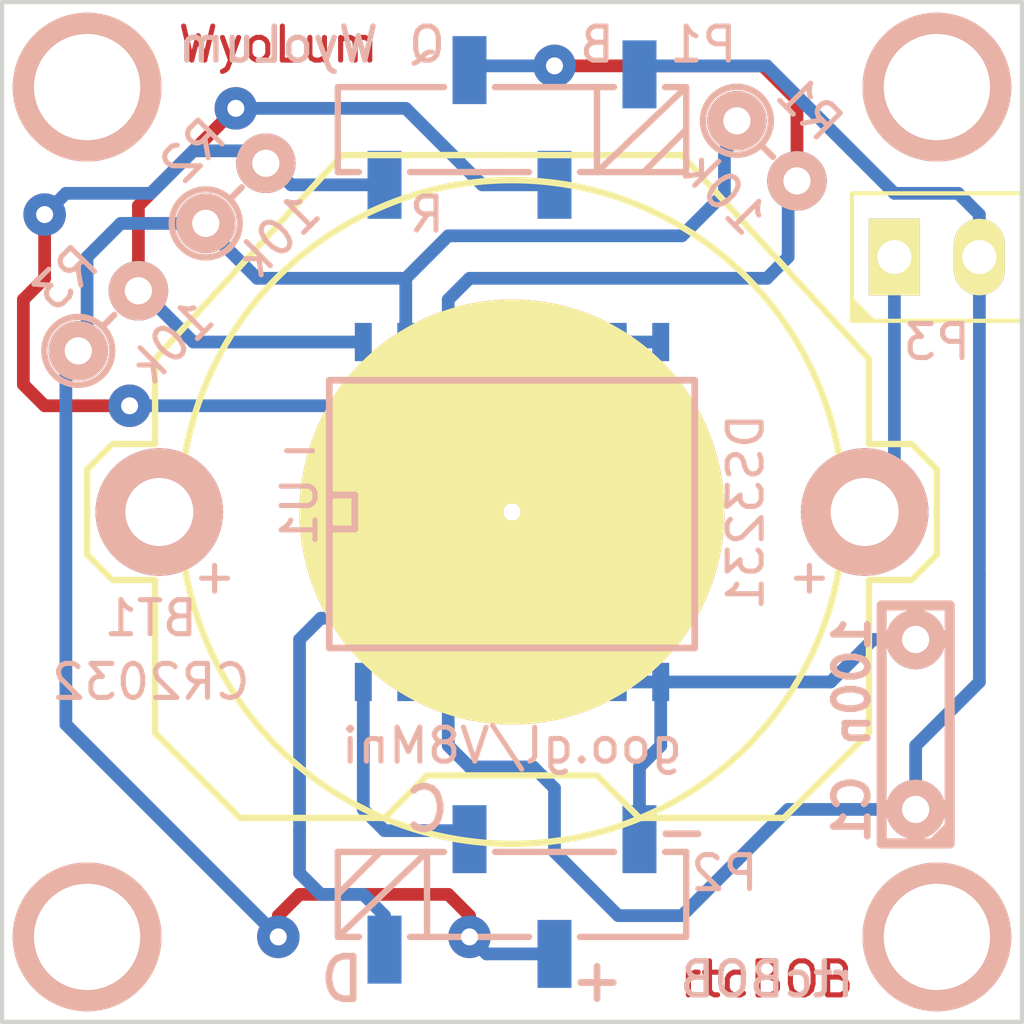
<source format=kicad_pcb>
(kicad_pcb (version 3) (host pcbnew "(2013-mar-13)-testing")

  (general
    (links 28)
    (no_connects 1)
    (area 16.509999 18.72234 66.037462 62.303661)
    (thickness 1.6002)
    (drawings 28)
    (tracks 128)
    (zones 0)
    (modules 13)
    (nets 10)
  )

  (page A3)
  (layers
    (15 Front signal)
    (0 Back signal hide)
    (16 B.Adhes user)
    (17 F.Adhes user)
    (18 B.Paste user)
    (19 F.Paste user)
    (20 B.SilkS user hide)
    (21 F.SilkS user)
    (22 B.Mask user)
    (23 F.Mask user)
    (24 Dwgs.User user hide)
    (25 Cmts.User user)
    (26 Eco1.User user)
    (27 Eco2.User user)
    (28 Edge.Cuts user)
  )

  (setup
    (last_trace_width 0.2032)
    (user_trace_width 0.254)
    (user_trace_width 0.381)
    (user_trace_width 0.508)
    (user_trace_width 0.635)
    (user_trace_width 0.762)
    (user_trace_width 1.016)
    (user_trace_width 1.27)
    (trace_clearance 0.254)
    (zone_clearance 0.635)
    (zone_45_only no)
    (trace_min 0.2032)
    (segment_width 0.127)
    (edge_width 0.127)
    (via_size 1.27)
    (via_drill 0.508)
    (via_min_size 1.27)
    (via_min_drill 0.508)
    (user_via 1.27 0.508)
    (uvia_size 0.508)
    (uvia_drill 0.127)
    (uvias_allowed no)
    (uvia_min_size 0.508)
    (uvia_min_drill 0.127)
    (pcb_text_width 0.1524)
    (pcb_text_size 1.27 1.27)
    (mod_edge_width 0.127)
    (mod_text_size 1.27 1.27)
    (mod_text_width 0.1524)
    (pad_size 12.7 12.7)
    (pad_drill 0)
    (pad_to_mask_clearance 0.254)
    (aux_axis_origin 0 0)
    (visible_elements 7FFFFFFF)
    (pcbplotparams
      (layerselection 3178497)
      (usegerberextensions true)
      (excludeedgelayer true)
      (linewidth 76200)
      (plotframeref false)
      (viasonmask false)
      (mode 1)
      (useauxorigin false)
      (hpglpennumber 1)
      (hpglpenspeed 20)
      (hpglpendiameter 15)
      (hpglpenoverlay 2)
      (psnegative false)
      (psa4output false)
      (plotreference true)
      (plotvalue true)
      (plotothertext true)
      (plotinvisibletext false)
      (padsonsilk false)
      (subtractmaskfromsilk false)
      (outputformat 1)
      (mirror false)
      (drillshape 1)
      (scaleselection 1)
      (outputdirectory ""))
  )

  (net 0 "")
  (net 1 /32k)
  (net 2 /BAT)
  (net 3 /RST)
  (net 4 /SCL)
  (net 5 /SDA)
  (net 6 /SQW)
  (net 7 /VCC)
  (net 8 GND)
  (net 9 N-000005)

  (net_class Default "This is the default net class."
    (clearance 0.254)
    (trace_width 0.2032)
    (via_dia 1.27)
    (via_drill 0.508)
    (uvia_dia 0.508)
    (uvia_drill 0.127)
    (add_net "")
    (add_net /32k)
    (add_net /BAT)
    (add_net /RST)
    (add_net /SCL)
    (add_net /SDA)
    (add_net /SQW)
    (add_net /VCC)
    (add_net GND)
    (add_net N-000005)
  )

  (module C2 (layer Back) (tedit 4D12DCEE) (tstamp 4D0F6B84)
    (at 52.705 46.99 90)
    (descr "Condensateur = 2 pas")
    (tags C)
    (path /4C9B49BE)
    (fp_text reference C1 (at -2.54 -1.905 90) (layer B.SilkS)
      (effects (font (size 1.016 1.016) (thickness 0.2032)) (justify mirror))
    )
    (fp_text value 100n (at 1.27 -1.905 90) (layer B.SilkS)
      (effects (font (size 1.016 1.016) (thickness 0.2032)) (justify mirror))
    )
    (fp_line (start -3.556 1.016) (end 3.556 1.016) (layer B.SilkS) (width 0.3048))
    (fp_line (start 3.556 1.016) (end 3.556 -1.016) (layer B.SilkS) (width 0.3048))
    (fp_line (start 3.556 -1.016) (end -3.556 -1.016) (layer B.SilkS) (width 0.3048))
    (fp_line (start -3.556 -1.016) (end -3.556 1.016) (layer B.SilkS) (width 0.3048))
    (fp_line (start -3.556 0.508) (end -3.048 1.016) (layer B.SilkS) (width 0.3048))
    (pad 1 thru_hole circle (at -2.54 0 90) (size 1.778 1.778) (drill 0.8128)
      (layers *.Cu *.Mask B.SilkS)
      (net 2 /BAT)
    )
    (pad 2 thru_hole circle (at 2.54 0 90) (size 1.778 1.778) (drill 0.8128)
      (layers *.Cu *.Mask B.SilkS)
      (net 8 GND)
    )
    (model "libs\\3D Modules\\capa_2pas_5x5mm.wrl"
      (at (xyz 0 0 0))
      (scale (xyz 1 1 1))
      (rotate (xyz 0 0 0))
    )
  )

  (module rc03_vert (layer Back) (tedit 4D12DCC7) (tstamp 4D0F6B8A)
    (at 48.26 29.845 315)
    (descr "Resistor, RC03 vertical")
    (path /4C9B49C1)
    (fp_text reference R1 (at 0 -1.79578 315) (layer B.SilkS)
      (effects (font (size 1.016 1.016) (thickness 0.1524)) (justify mirror))
    )
    (fp_text value 10k (at 0 1.79578 315) (layer B.SilkS)
      (effects (font (size 1.016 1.016) (thickness 0.1524)) (justify mirror))
    )
    (fp_line (start -0.254 0) (end 0.254 0) (layer B.SilkS) (width 0.1905))
    (fp_circle (center -1.27 0) (end -2.286 0) (layer B.SilkS) (width 0.1905))
    (pad 1 thru_hole circle (at -1.27 0 315) (size 1.778 1.778) (drill 0.8128)
      (layers *.Cu *.Mask B.SilkS)
      (net 7 /VCC)
    )
    (pad 2 thru_hole circle (at 1.27 0 315) (size 1.778 1.778) (drill 0.8128)
      (layers *.Cu *.Mask B.SilkS)
      (net 6 /SQW)
    )
    (model "libs\\3D Modules\\rc03vert.wrl"
      (at (xyz 0 0 0))
      (scale (xyz 1 1 1))
      (rotate (xyz 0 0 0))
    )
  )

  (module rc03_vert (layer Back) (tedit 4D12DCBE) (tstamp 4D0F6B8D)
    (at 32.385 31.115 45)
    (descr "Resistor, RC03 vertical")
    (path /4C9B49C0)
    (fp_text reference R2 (at 0 -1.79578 45) (layer B.SilkS)
      (effects (font (size 1.016 1.016) (thickness 0.1524)) (justify mirror))
    )
    (fp_text value 10k (at 0 1.79578 45) (layer B.SilkS)
      (effects (font (size 1.016 1.016) (thickness 0.1524)) (justify mirror))
    )
    (fp_line (start -0.254 0) (end 0.254 0) (layer B.SilkS) (width 0.1905))
    (fp_circle (center -1.27 0) (end -2.286 0) (layer B.SilkS) (width 0.1905))
    (pad 1 thru_hole circle (at -1.27 0 45) (size 1.778 1.778) (drill 0.8128)
      (layers *.Cu *.Mask B.SilkS)
      (net 7 /VCC)
    )
    (pad 2 thru_hole circle (at 1.27 0 45) (size 1.778 1.778) (drill 0.8128)
      (layers *.Cu *.Mask B.SilkS)
      (net 3 /RST)
    )
    (model "libs\\3D Modules\\rc03vert.wrl"
      (at (xyz 0 0 0))
      (scale (xyz 1 1 1))
      (rotate (xyz 0 0 0))
    )
  )

  (module rc03_vert (layer Back) (tedit 4D12DCBB) (tstamp 4D0F6B87)
    (at 28.575 34.925 45)
    (descr "Resistor, RC03 vertical")
    (path /4C9B49BF)
    (fp_text reference R3 (at 0 -1.79578 45) (layer B.SilkS)
      (effects (font (size 1.016 1.016) (thickness 0.1524)) (justify mirror))
    )
    (fp_text value 10k (at 0.89916 1.79578 45) (layer B.SilkS)
      (effects (font (size 1.016 1.016) (thickness 0.1524)) (justify mirror))
    )
    (fp_line (start -0.254 0) (end 0.254 0) (layer B.SilkS) (width 0.1905))
    (fp_circle (center -1.27 0) (end -2.286 0) (layer B.SilkS) (width 0.1905))
    (pad 1 thru_hole circle (at -1.27 0 45) (size 1.778 1.778) (drill 0.8128)
      (layers *.Cu *.Mask B.SilkS)
      (net 7 /VCC)
    )
    (pad 2 thru_hole circle (at 1.27 0 45) (size 1.778 1.778) (drill 0.8128)
      (layers *.Cu *.Mask B.SilkS)
      (net 1 /32k)
    )
    (model "libs\\3D Modules\\rc03vert.wrl"
      (at (xyz 0 0 0))
      (scale (xyz 1 1 1))
      (rotate (xyz 0 0 0))
    )
  )

  (module DS3231 (layer Back) (tedit 4D12DCE5) (tstamp 4CAD7CF9)
    (at 40.64 40.64)
    (descr "Module CMS SOJ 16 pins tres large")
    (tags "CMS SOJ")
    (path /4C9B49C6)
    (attr smd)
    (fp_text reference U1 (at -6.35 0 90) (layer B.SilkS)
      (effects (font (size 1.016 1.016) (thickness 0.1524)) (justify mirror))
    )
    (fp_text value DS3231 (at 6.985 0 90) (layer B.SilkS)
      (effects (font (size 1.016 1.016) (thickness 0.1524)) (justify mirror))
    )
    (fp_line (start -5.461 -3.937) (end -5.461 4.064) (layer B.SilkS) (width 0.2032))
    (fp_line (start 5.461 4.064) (end 5.461 -3.937) (layer B.SilkS) (width 0.2032))
    (fp_line (start -5.461 4.064) (end 5.461 4.064) (layer B.SilkS) (width 0.2032))
    (fp_line (start 5.461 -3.937) (end -5.461 -3.937) (layer B.SilkS) (width 0.2032))
    (fp_line (start -5.461 0.508) (end -4.699 0.508) (layer B.SilkS) (width 0.2032))
    (fp_line (start -4.699 0.508) (end -4.699 -0.508) (layer B.SilkS) (width 0.2032))
    (fp_line (start -4.699 -0.508) (end -5.461 -0.508) (layer B.SilkS) (width 0.2032))
    (pad 1 smd rect (at -4.445 -5.08) (size 0.508 1.143)
      (layers Back B.Paste B.Mask)
      (net 1 /32k)
    )
    (pad 2 smd rect (at -3.175 -5.08) (size 0.508 1.143)
      (layers Back B.Paste B.Mask)
      (net 7 /VCC)
    )
    (pad 3 smd rect (at -1.905 -5.08) (size 0.508 1.143)
      (layers Back B.Paste B.Mask)
      (net 6 /SQW)
    )
    (pad 4 smd rect (at -0.635 -5.08) (size 0.508 1.143)
      (layers Back B.Paste B.Mask)
      (net 3 /RST)
    )
    (pad 5 smd rect (at 0.635 -5.08) (size 0.508 1.143)
      (layers Back B.Paste B.Mask)
      (net 8 GND)
    )
    (pad 6 smd rect (at 1.905 -5.08) (size 0.508 1.143)
      (layers Back B.Paste B.Mask)
      (net 8 GND)
    )
    (pad 7 smd rect (at 3.175 -5.08) (size 0.508 1.143)
      (layers Back B.Paste B.Mask)
      (net 8 GND)
    )
    (pad 8 smd rect (at 4.445 -5.08) (size 0.508 1.143)
      (layers Back B.Paste B.Mask)
      (net 8 GND)
    )
    (pad 9 smd rect (at 4.445 5.08) (size 0.508 1.143)
      (layers Back B.Paste B.Mask)
      (net 8 GND)
    )
    (pad 10 smd rect (at 3.175 5.08) (size 0.508 1.143)
      (layers Back B.Paste B.Mask)
      (net 8 GND)
    )
    (pad 11 smd rect (at 1.905 5.08) (size 0.508 1.143)
      (layers Back B.Paste B.Mask)
      (net 8 GND)
    )
    (pad 12 smd rect (at 0.635 5.08) (size 0.508 1.143)
      (layers Back B.Paste B.Mask)
      (net 8 GND)
    )
    (pad 13 smd rect (at -0.635 5.08) (size 0.508 1.143)
      (layers Back B.Paste B.Mask)
      (net 8 GND)
    )
    (pad 14 smd rect (at -1.905 5.08) (size 0.508 1.143)
      (layers Back B.Paste B.Mask)
      (net 2 /BAT)
    )
    (pad 15 smd rect (at -3.175 5.08) (size 0.508 1.143)
      (layers Back B.Paste B.Mask)
      (net 5 /SDA)
    )
    (pad 16 smd rect (at -4.445 5.08) (size 0.508 1.143)
      (layers Back B.Paste B.Mask)
      (net 4 /SCL)
    )
    (model "libs\\3D Modules\\cms_so16.wrl"
      (at (xyz 0 0 0))
      (scale (xyz 0.5 0.6 0.5))
      (rotate (xyz 0 0 0))
    )
  )

  (module vite_2mm5 (layer Front) (tedit 4D12E565) (tstamp 4D10B14B)
    (at 53.34 27.94)
    (descr "vite 2,5mm")
    (path /4C9C7003)
    (fp_text reference H4 (at 0 3.81) (layer F.SilkS) hide
      (effects (font (thickness 0.3048)))
    )
    (fp_text value CONN_1 (at 0 -3.81) (layer F.SilkS) hide
      (effects (font (thickness 0.3048)))
    )
    (pad 1 thru_hole circle (at 0 0) (size 4.445 4.445) (drill 3.175)
      (layers *.Cu *.SilkS *.Mask)
    )
    (model "libs\\3D Modules\\vite_2mm5.wrl"
      (at (xyz 0 0 0))
      (scale (xyz 1 1 1))
      (rotate (xyz 0 0 0))
    )
  )

  (module vite_2mm5 (layer Front) (tedit 4D12E565) (tstamp 4CAD7CF1)
    (at 27.94 27.94)
    (descr "vite 2,5mm")
    (path /4C9C7001)
    (fp_text reference H3 (at 0 3.81) (layer F.SilkS) hide
      (effects (font (thickness 0.3048)))
    )
    (fp_text value CONN_1 (at 0 -3.81) (layer F.SilkS) hide
      (effects (font (thickness 0.3048)))
    )
    (pad 1 thru_hole circle (at 0 0) (size 4.445 4.445) (drill 3.175)
      (layers *.Cu *.SilkS *.Mask)
    )
    (model "libs\\3D Modules\\vite_2mm5.wrl"
      (at (xyz 0 0 0))
      (scale (xyz 1 1 1))
      (rotate (xyz 0 0 0))
    )
  )

  (module vite_2mm5 (layer Front) (tedit 4D12E565) (tstamp 4D0C8C26)
    (at 27.94 53.34)
    (descr "vite 2,5mm")
    (path /4C9C6FFE)
    (fp_text reference H2 (at 0 3.81) (layer F.SilkS) hide
      (effects (font (thickness 0.3048)))
    )
    (fp_text value CONN_1 (at 0 -3.81) (layer F.SilkS) hide
      (effects (font (thickness 0.3048)))
    )
    (pad 1 thru_hole circle (at 0 0) (size 4.445 4.445) (drill 3.175)
      (layers *.Cu *.SilkS *.Mask)
    )
    (model "libs\\3D Modules\\vite_2mm5.wrl"
      (at (xyz 0 0 0))
      (scale (xyz 1 1 1))
      (rotate (xyz 0 0 0))
    )
  )

  (module vite_2mm5 (layer Front) (tedit 4D12E565) (tstamp 4D120421)
    (at 53.34 53.34)
    (descr "vite 2,5mm")
    (path /4C9C6FF2)
    (fp_text reference H1 (at 0 3.81) (layer F.SilkS) hide
      (effects (font (thickness 0.3048)))
    )
    (fp_text value CONN_1 (at 0 -3.81) (layer F.SilkS) hide
      (effects (font (thickness 0.3048)))
    )
    (pad 1 thru_hole circle (at 0 0) (size 4.445 4.445) (drill 3.175)
      (layers *.Cu *.SilkS *.Mask)
    )
    (model "libs\\3D Modules\\vite_2mm5.wrl"
      (at (xyz 0 0 0))
      (scale (xyz 1 1 1))
      (rotate (xyz 0 0 0))
    )
  )

  (module Sck-04-F-SMT (layer Back) (tedit 4D13234D) (tstamp 4CAD7CFF)
    (at 40.64 29.21)
    (path /4C9B49C7)
    (fp_text reference P1 (at 5.715 -2.54) (layer B.SilkS)
      (effects (font (size 1.016 1.016) (thickness 0.1524)) (justify mirror))
    )
    (fp_text value CDOT1 (at 0.635 0) (layer B.SilkS) hide
      (effects (font (size 1.016 1.016) (thickness 0.1524)) (justify mirror))
    )
    (fp_line (start 5.207 0) (end 3.937 1.27) (layer B.SilkS) (width 0.1905))
    (fp_line (start 5.207 -1.27) (end 2.54 1.27) (layer B.SilkS) (width 0.1905))
    (fp_line (start 2.54 -1.27) (end 2.54 1.27) (layer B.SilkS) (width 0.1905))
    (fp_line (start -5.207 -1.27) (end -2.032 -1.27) (layer B.SilkS) (width 0.1905))
    (fp_line (start 3.048 -1.27) (end -0.508 -1.27) (layer B.SilkS) (width 0.1905))
    (fp_line (start 5.207 -1.27) (end 4.572 -1.27) (layer B.SilkS) (width 0.1905))
    (fp_line (start -4.572 1.27) (end -5.207 1.27) (layer B.SilkS) (width 0.1905))
    (fp_line (start 0.508 1.27) (end -3.048 1.27) (layer B.SilkS) (width 0.1905))
    (fp_line (start 5.207 1.27) (end 2.032 1.27) (layer B.SilkS) (width 0.1905))
    (fp_line (start -5.207 1.27) (end -5.207 -1.27) (layer B.SilkS) (width 0.1905))
    (fp_line (start 5.207 -1.27) (end 5.207 1.27) (layer B.SilkS) (width 0.1905))
    (pad 1 smd rect (at 3.81 -1.651) (size 1.016 2.032)
      (layers Back B.Paste B.Mask)
      (net 2 /BAT)
    )
    (pad 2 smd rect (at 1.27 1.651) (size 1.016 2.032)
      (layers Back B.Paste B.Mask)
      (net 1 /32k)
    )
    (pad 3 smd rect (at -1.27 -1.778) (size 1.016 2.032)
      (layers Back B.Paste B.Mask)
      (net 6 /SQW)
    )
    (pad 4 smd rect (at -3.81 1.651) (size 1.016 2.032)
      (layers Back B.Paste B.Mask)
      (net 3 /RST)
    )
    (model "libs\\3D Modules\\socket_1x4.wrl"
      (at (xyz 0 0 0))
      (scale (xyz 1 1 1))
      (rotate (xyz 0 0 0))
    )
  )

  (module Sck-04-F-SMT (layer Back) (tedit 4D132356) (tstamp 4D0F6B90)
    (at 40.64 52.07 180)
    (path /4C9B49C8)
    (fp_text reference P2 (at -6.35 0.635 180) (layer B.SilkS)
      (effects (font (size 1.016 1.016) (thickness 0.1524)) (justify mirror))
    )
    (fp_text value CDOT2 (at 0 0 180) (layer B.SilkS) hide
      (effects (font (size 1.016 1.016) (thickness 0.1524)) (justify mirror))
    )
    (fp_line (start 5.207 0) (end 3.937 1.27) (layer B.SilkS) (width 0.1905))
    (fp_line (start 5.207 -1.27) (end 2.54 1.27) (layer B.SilkS) (width 0.1905))
    (fp_line (start 2.54 -1.27) (end 2.54 1.27) (layer B.SilkS) (width 0.1905))
    (fp_line (start -5.207 -1.27) (end -2.032 -1.27) (layer B.SilkS) (width 0.1905))
    (fp_line (start 3.048 -1.27) (end -0.508 -1.27) (layer B.SilkS) (width 0.1905))
    (fp_line (start 5.207 -1.27) (end 4.572 -1.27) (layer B.SilkS) (width 0.1905))
    (fp_line (start -4.572 1.27) (end -5.207 1.27) (layer B.SilkS) (width 0.1905))
    (fp_line (start 0.508 1.27) (end -3.048 1.27) (layer B.SilkS) (width 0.1905))
    (fp_line (start 5.207 1.27) (end 2.032 1.27) (layer B.SilkS) (width 0.1905))
    (fp_line (start -5.207 1.27) (end -5.207 -1.27) (layer B.SilkS) (width 0.1905))
    (fp_line (start 5.207 -1.27) (end 5.207 1.27) (layer B.SilkS) (width 0.1905))
    (pad 1 smd rect (at 3.81 -1.651 180) (size 1.016 2.032)
      (layers Back B.Paste B.Mask)
      (net 5 /SDA)
    )
    (pad 2 smd rect (at 1.27 1.651 180) (size 1.016 2.032)
      (layers Back B.Paste B.Mask)
      (net 4 /SCL)
    )
    (pad 3 smd rect (at -1.27 -1.778 180) (size 1.016 2.032)
      (layers Back B.Paste B.Mask)
      (net 7 /VCC)
    )
    (pad 4 smd rect (at -3.81 1.651 180) (size 1.016 2.032)
      (layers Back B.Paste B.Mask)
      (net 8 GND)
    )
    (model "libs\\3D Modules\\socket_1x4.wrl"
      (at (xyz 0 0 0))
      (scale (xyz 1 1 1))
      (rotate (xyz 0 0 0))
    )
  )

  (module CR2032 (layer Front) (tedit 5173F1B0) (tstamp 4D0F6B81)
    (at 40.64 40.64 180)
    (descr CR2032)
    (path /4C9C4864)
    (fp_text reference BT1 (at 0 -8.636 180) (layer F.SilkS) hide
      (effects (font (thickness 0.2032)))
    )
    (fp_text value BATT_RTC (at 0 11.938 180) (layer F.SilkS) hide
      (effects (font (thickness 0.2032)))
    )
    (fp_line (start 10.668 -2.032) (end 11.938 -2.032) (layer F.SilkS) (width 0.1905))
    (fp_line (start 11.938 -2.032) (end 12.7 -1.27) (layer F.SilkS) (width 0.1905))
    (fp_line (start 12.7 -1.27) (end 12.7 1.27) (layer F.SilkS) (width 0.1905))
    (fp_line (start 12.7 1.27) (end 11.938 2.032) (layer F.SilkS) (width 0.1905))
    (fp_line (start 11.938 2.032) (end 10.668 2.032) (layer F.SilkS) (width 0.1905))
    (fp_line (start -10.668 2.032) (end -11.938 2.032) (layer F.SilkS) (width 0.1905))
    (fp_line (start -11.938 2.032) (end -12.7 1.27) (layer F.SilkS) (width 0.1905))
    (fp_line (start -12.7 1.27) (end -12.7 -1.27) (layer F.SilkS) (width 0.1905))
    (fp_line (start -12.7 -1.27) (end -11.938 -2.032) (layer F.SilkS) (width 0.1905))
    (fp_line (start -11.938 -2.032) (end -10.668 -2.032) (layer F.SilkS) (width 0.1905))
    (fp_line (start 10.668 -2.286) (end 10.668 -2.032) (layer F.SilkS) (width 0.1905))
    (fp_line (start 10.668 2.032) (end 10.668 2.286) (layer F.SilkS) (width 0.1905))
    (fp_line (start -10.668 2.286) (end -10.668 2.032) (layer F.SilkS) (width 0.1905))
    (fp_line (start -10.668 -2.032) (end -10.668 -2.286) (layer F.SilkS) (width 0.1905))
    (fp_line (start 0 -7.874) (end 2.54 -7.874) (layer F.SilkS) (width 0.1905))
    (fp_line (start 2.54 -7.874) (end 3.81 -9.144) (layer F.SilkS) (width 0.1905))
    (fp_line (start 3.81 -9.144) (end 8.128 -9.144) (layer F.SilkS) (width 0.1905))
    (fp_line (start 8.128 -9.144) (end 10.668 -6.604) (layer F.SilkS) (width 0.1905))
    (fp_line (start 10.668 -6.604) (end 10.668 -2.286) (layer F.SilkS) (width 0.1905))
    (fp_line (start -8.128 -9.144) (end -3.81 -9.144) (layer F.SilkS) (width 0.1905))
    (fp_line (start -10.668 -6.604) (end -10.668 -2.286) (layer F.SilkS) (width 0.1905))
    (fp_line (start -8.128 -9.144) (end -10.668 -6.604) (layer F.SilkS) (width 0.1905))
    (fp_line (start 0 -7.874) (end -2.54 -7.874) (layer F.SilkS) (width 0.1905))
    (fp_line (start -2.54 -7.874) (end -3.81 -9.144) (layer F.SilkS) (width 0.1905))
    (fp_line (start 10.668 4.572) (end 5.08 10.668) (layer F.SilkS) (width 0.1905))
    (fp_line (start 10.668 4.572) (end 10.668 2.286) (layer F.SilkS) (width 0.1905))
    (fp_line (start -5.08 10.668) (end -10.668 4.572) (layer F.SilkS) (width 0.1905))
    (fp_line (start -10.668 4.572) (end -10.668 2.286) (layer F.SilkS) (width 0.1905))
    (fp_line (start 0 10.668) (end 5.08 10.668) (layer F.SilkS) (width 0.1905))
    (fp_line (start 0 10.668) (end -5.08 10.668) (layer F.SilkS) (width 0.1905))
    (fp_circle (center 0 0) (end 9.906 -0.508) (layer F.SilkS) (width 0.1905))
    (fp_text user - (at 0 -3.937 180) (layer F.SilkS) hide
      (effects (font (size 2.032 2.032) (thickness 0.2032)))
    )
    (fp_text user + (at -11.938 -3.302 180) (layer F.SilkS) hide
      (effects (font (size 2.032 2.032) (thickness 0.2032)))
    )
    (pad + thru_hole circle (at -10.541 0 180) (size 3.81 3.81) (drill 2.032)
      (layers Back B.Adhes B.Paste B.SilkS B.Mask)
      (net 9 N-000005)
    )
    (pad + thru_hole circle (at 10.541 0 180) (size 3.81 3.81) (drill 2.032)
      (layers Back B.Adhes B.Paste B.SilkS B.Mask)
      (net 9 N-000005)
    )
    (pad - smd circle (at 0 0 180) (size 12.7 12.7)
      (layers Front F.Adhes F.Paste F.SilkS F.Mask)
      (net 8 GND)
    )
    (model "libs\\3D Modules\\batt-02.wrl"
      (at (xyz 0 0 0))
      (scale (xyz 1 1 1))
      (rotate (xyz 0 0 0))
    )
  )

  (module pin_strip_2 (layer Front) (tedit 5173F2EC) (tstamp 4D0F6B96)
    (at 53.34 33.02)
    (descr "Pin strip 2pin")
    (tags "CONN DEV")
    (path /4D0C8A06)
    (fp_text reference P3 (at 0 -2.159) (layer F.SilkS) hide
      (effects (font (size 1.016 1.016) (thickness 0.2032)))
    )
    (fp_text value CONN_2 (at 0.254 -3.556) (layer F.SilkS) hide
      (effects (font (size 1.016 0.889) (thickness 0.2032)))
    )
    (fp_line (start -2.54 1.27) (end -1.905 1.905) (layer F.SilkS) (width 0.127))
    (fp_line (start -2.54 1.778) (end -2.413 1.905) (layer F.SilkS) (width 0.127))
    (fp_line (start -2.032 1.905) (end -2.54 1.397) (layer F.SilkS) (width 0.127))
    (fp_line (start -2.54 1.524) (end -2.159 1.905) (layer F.SilkS) (width 0.127))
    (fp_line (start -2.286 1.905) (end -2.54 1.651) (layer F.SilkS) (width 0.127))
    (fp_line (start -2.54 1.905) (end -2.54 -1.905) (layer F.SilkS) (width 0.127))
    (fp_line (start 2.54 1.905) (end -2.54 1.905) (layer F.SilkS) (width 0.127))
    (fp_line (start 2.54 -1.905) (end 2.54 1.905) (layer F.SilkS) (width 0.127))
    (fp_line (start -2.54 -1.905) (end 2.54 -1.905) (layer F.SilkS) (width 0.127))
    (pad 1 thru_hole rect (at -1.27 0) (size 1.524 2.286) (drill 1.016)
      (layers *.Cu *.Mask F.SilkS)
      (net 9 N-000005)
    )
    (pad 2 thru_hole oval (at 1.27 0) (size 1.524 2.286) (drill 1.016)
      (layers *.Cu *.Mask F.SilkS)
      (net 2 /BAT)
    )
    (model "libs\\3D Modules\\pin_strip_2.wrl"
      (at (xyz 0 0 0))
      (scale (xyz 1 1 1))
      (rotate (xyz 0 0 0))
    )
  )

  (dimension 25.4 (width 0.3048) (layer Dwgs.User)
    (gr_text "1.0000 " (at 40.64 60.67806) (layer Dwgs.User)
      (effects (font (size 2.032 1.524) (thickness 0.3048)))
    )
    (feature1 (pts (xy 53.34 57.785) (xy 53.34 62.30366)))
    (feature2 (pts (xy 27.94 57.785) (xy 27.94 62.30366)))
    (crossbar (pts (xy 27.94 59.05246) (xy 53.34 59.05246)))
    (arrow1a (pts (xy 53.34 59.05246) (xy 52.21478 59.63666)))
    (arrow1b (pts (xy 53.34 59.05246) (xy 52.21478 58.46826)))
    (arrow2a (pts (xy 27.94 59.05246) (xy 29.06522 59.63666)))
    (arrow2b (pts (xy 27.94 59.05246) (xy 29.06522 58.46826)))
  )
  (dimension 25.4 (width 0.3048) (layer Dwgs.User)
    (gr_text "1.0000 " (at 21.2344 40.64 270) (layer Dwgs.User)
      (effects (font (size 2.032 1.524) (thickness 0.3048)))
    )
    (feature1 (pts (xy 23.495 53.34) (xy 19.6088 53.34)))
    (feature2 (pts (xy 23.495 27.94) (xy 19.6088 27.94)))
    (crossbar (pts (xy 22.86 27.94) (xy 22.86 53.34)))
    (arrow1a (pts (xy 22.86 53.34) (xy 22.2758 52.21478)))
    (arrow1b (pts (xy 22.86 53.34) (xy 23.4442 52.21478)))
    (arrow2a (pts (xy 22.86 27.94) (xy 22.2758 29.06522)))
    (arrow2b (pts (xy 22.86 27.94) (xy 23.4442 29.06522)))
  )
  (gr_text goo.gl/V8Mni (at 40.64 47.625) (layer B.SilkS)
    (effects (font (size 1.016 1.016) (thickness 0.1524)) (justify mirror))
  )
  (dimension 30.48 (width 0.3048) (layer Dwgs.User)
    (gr_text "1.2000 " (at 61.31306 40.64 270) (layer Dwgs.User)
      (effects (font (size 2.032 1.524) (thickness 0.3048)))
    )
    (feature1 (pts (xy 57.785 55.88) (xy 62.93866 55.88)))
    (feature2 (pts (xy 57.785 25.4) (xy 62.93866 25.4)))
    (crossbar (pts (xy 59.68746 25.4) (xy 59.68746 55.88)))
    (arrow1a (pts (xy 59.68746 55.88) (xy 59.10326 54.75478)))
    (arrow1b (pts (xy 59.68746 55.88) (xy 60.27166 54.75478)))
    (arrow2a (pts (xy 59.68746 25.4) (xy 59.10326 26.52522)))
    (arrow2b (pts (xy 59.68746 25.4) (xy 60.27166 26.52522)))
  )
  (dimension 30.48 (width 0.3048) (layer Dwgs.User)
    (gr_text "1.2000 " (at 40.64 20.60194) (layer Dwgs.User)
      (effects (font (size 2.032 1.524) (thickness 0.3048)))
    )
    (feature1 (pts (xy 55.88 23.495) (xy 55.88 18.97634)))
    (feature2 (pts (xy 25.4 23.495) (xy 25.4 18.97634)))
    (crossbar (pts (xy 25.4 22.22754) (xy 55.88 22.22754)))
    (arrow1a (pts (xy 55.88 22.22754) (xy 54.75478 22.81174)))
    (arrow1b (pts (xy 55.88 22.22754) (xy 54.75478 21.64334)))
    (arrow2a (pts (xy 25.4 22.22754) (xy 26.52522 22.81174)))
    (arrow2b (pts (xy 25.4 22.22754) (xy 26.52522 21.64334)))
  )
  (gr_text P3 (at 53.34 35.56) (layer B.SilkS)
    (effects (font (size 1.016 1.016) (thickness 0.1524)) (justify mirror))
  )
  (gr_text - (at 34.29 38.735) (layer B.SilkS)
    (effects (font (size 1.016 1.016) (thickness 0.1524)) (justify mirror))
  )
  (gr_text + (at 49.53 42.545) (layer B.SilkS)
    (effects (font (size 1.016 1.016) (thickness 0.1524)) (justify mirror))
  )
  (gr_text + (at 31.75 42.545) (layer B.SilkS)
    (effects (font (size 1.016 1.016) (thickness 0.1524)) (justify mirror))
  )
  (gr_text CR2032 (at 29.845 45.72) (layer B.SilkS)
    (effects (font (size 1.016 1.016) (thickness 0.1524)) (justify mirror))
  )
  (gr_text BT1 (at 29.845 43.815) (layer B.SilkS)
    (effects (font (size 1.016 1.016) (thickness 0.1524)) (justify mirror))
  )
  (gr_text WyoLum (at 33.655 26.67) (layer Front)
    (effects (font (size 1.016 1.016) (thickness 0.1524)))
  )
  (gr_line (start 25.4 55.88) (end 25.4 25.4) (angle 90) (layer Edge.Cuts) (width 0.127))
  (gr_line (start 55.88 55.88) (end 25.4 55.88) (angle 90) (layer Edge.Cuts) (width 0.127))
  (gr_line (start 55.88 25.4) (end 55.88 55.88) (angle 90) (layer Edge.Cuts) (width 0.127))
  (gr_line (start 25.4 25.4) (end 55.88 25.4) (angle 90) (layer Edge.Cuts) (width 0.127))
  (gr_text rtcBOB (at 48.26 54.61) (layer Front)
    (effects (font (size 1.016 1.016) (thickness 0.1524)))
  )
  (gr_text rtcBOB (at 48.26 54.61) (layer Back)
    (effects (font (size 1.016 1.016) (thickness 0.1524)) (justify mirror))
  )
  (gr_text WyoLum (at 33.655 26.67) (layer Back)
    (effects (font (size 1.016 1.016) (thickness 0.1524)) (justify mirror))
  )
  (gr_text WyoLum (at 33.655 26.67) (layer B.SilkS)
    (effects (font (size 1.016 1.016) (thickness 0.1524)) (justify mirror))
  )
  (gr_text rtcBOB (at 48.26 54.61) (layer B.SilkS)
    (effects (font (size 1.016 1.016) (thickness 0.1524)) (justify mirror))
  )
  (gr_text B (at 43.18 26.67) (layer B.SilkS)
    (effects (font (size 1.016 1.016) (thickness 0.1524)) (justify mirror))
  )
  (gr_text Q (at 38.1 26.67) (layer B.SilkS)
    (effects (font (size 1.016 1.016) (thickness 0.1524)) (justify mirror))
  )
  (gr_text R (at 38.1 31.75) (layer B.SilkS)
    (effects (font (size 1.016 1.016) (thickness 0.1524)) (justify mirror))
  )
  (gr_text - (at 45.72 50.165) (layer B.SilkS)
    (effects (font (size 1.27 1.27) (thickness 0.2032)) (justify mirror))
  )
  (gr_text + (at 43.18 54.61) (layer B.SilkS)
    (effects (font (size 1.27 1.27) (thickness 0.2032)) (justify mirror))
  )
  (gr_text C (at 38.1 49.53) (layer B.SilkS)
    (effects (font (size 1.27 1.27) (thickness 0.2032)) (justify mirror))
  )
  (gr_text D (at 35.56 54.61) (layer B.SilkS)
    (effects (font (size 1.27 1.27) (thickness 0.2032)) (justify mirror))
  )

  (segment (start 29.473026 34.026974) (end 29.473026 31.486974) (width 0.381) (layer Front) (net 1))
  (segment (start 29.473026 31.486974) (end 32.385 28.575) (width 0.381) (layer Front) (net 1) (tstamp 5173F279))
  (segment (start 31.115 35.56) (end 29.845 34.29) (width 0.381) (layer Back) (net 1))
  (segment (start 39.751 30.861) (end 37.465 28.575) (width 0.381) (layer Back) (net 1))
  (segment (start 33.02 28.575) (end 32.385 28.575) (width 0.381) (layer Back) (net 1))
  (segment (start 37.465 28.575) (end 33.02 28.575) (width 0.381) (layer Back) (net 1))
  (via (at 32.385 28.575) (size 1.27) (layers Front Back) (net 1))
  (segment (start 41.91 30.861) (end 39.751 30.861) (width 0.381) (layer Back) (net 1) (status 800))
  (segment (start 36.195 35.56) (end 31.115 35.56) (width 0.381) (layer Back) (net 1) (status 800))
  (segment (start 29.845 34.29) (end 29.47416 34.02584) (width 0.381) (layer Back) (net 1) (status 400))
  (segment (start 41.91 48.895) (end 41.275 48.26) (width 0.381) (layer Back) (net 2))
  (segment (start 38.735 47.625) (end 38.735 46.99) (width 0.381) (layer Back) (net 2))
  (segment (start 39.37 48.26) (end 38.735 47.625) (width 0.381) (layer Back) (net 2))
  (segment (start 41.275 48.26) (end 39.37 48.26) (width 0.381) (layer Back) (net 2))
  (segment (start 52.705 49.53) (end 52.705 47.625) (width 0.381) (layer Back) (net 2) (status 800))
  (segment (start 54.61 45.72) (end 54.61 42.545) (width 0.381) (layer Back) (net 2))
  (segment (start 52.705 47.625) (end 54.61 45.72) (width 0.381) (layer Back) (net 2))
  (segment (start 54.61 33.02) (end 54.61 31.75) (width 0.381) (layer Back) (net 2) (status 800))
  (segment (start 43.815 52.705) (end 41.91 50.8) (width 0.381) (layer Back) (net 2))
  (segment (start 54.61 42.545) (end 54.61 41.91) (width 0.381) (layer Back) (net 2))
  (segment (start 44.45 27.305) (end 44.45 27.559) (width 0.381) (layer Back) (net 2) (status 400))
  (segment (start 48.26 27.305) (end 44.45 27.305) (width 0.381) (layer Back) (net 2))
  (segment (start 49.53 28.575) (end 48.26 27.305) (width 0.381) (layer Back) (net 2))
  (segment (start 49.53 28.575) (end 49.53 28.575) (width 0.381) (layer Back) (net 2))
  (segment (start 52.07 31.115) (end 49.53 28.575) (width 0.381) (layer Back) (net 2))
  (segment (start 53.975 31.115) (end 52.07 31.115) (width 0.381) (layer Back) (net 2))
  (segment (start 54.61 31.75) (end 53.975 31.115) (width 0.381) (layer Back) (net 2))
  (segment (start 54.61 33.02) (end 54.61 41.91) (width 0.381) (layer Back) (net 2) (status 800))
  (segment (start 52.705 49.53) (end 48.895 49.53) (width 0.381) (layer Back) (net 2) (status 800))
  (segment (start 38.735 46.99) (end 38.735 45.72) (width 0.381) (layer Back) (net 2) (status 400))
  (segment (start 41.91 50.8) (end 41.91 48.895) (width 0.381) (layer Back) (net 2))
  (segment (start 45.72 52.705) (end 43.815 52.705) (width 0.381) (layer Back) (net 2))
  (segment (start 48.895 49.53) (end 45.72 52.705) (width 0.381) (layer Back) (net 2))
  (segment (start 29.21 37.465) (end 26.67 37.465) (width 0.381) (layer Front) (net 3))
  (segment (start 31.115 29.845) (end 33.02 29.845) (width 0.381) (layer Back) (net 3))
  (segment (start 40.005 35.56) (end 40.005 36.195) (width 0.381) (layer Back) (net 3) (status 800))
  (segment (start 33.02 29.845) (end 33.28416 30.21584) (width 0.381) (layer Back) (net 3) (status 400))
  (segment (start 27.305 31.115) (end 29.845 31.115) (width 0.381) (layer Back) (net 3))
  (segment (start 26.67 31.75) (end 27.305 31.115) (width 0.381) (layer Back) (net 3))
  (via (at 26.67 31.75) (size 1.27) (layers Front Back) (net 3))
  (segment (start 26.67 33.655) (end 26.67 31.75) (width 0.381) (layer Front) (net 3))
  (segment (start 26.035 34.29) (end 26.67 33.655) (width 0.381) (layer Front) (net 3))
  (segment (start 26.035 36.83) (end 26.035 34.29) (width 0.381) (layer Front) (net 3))
  (segment (start 26.67 37.465) (end 26.035 36.83) (width 0.381) (layer Front) (net 3))
  (segment (start 29.845 31.115) (end 31.115 29.845) (width 0.381) (layer Back) (net 3))
  (via (at 29.21 37.465) (size 1.27) (layers Front Back) (net 3))
  (segment (start 38.735 37.465) (end 29.21 37.465) (width 0.381) (layer Back) (net 3))
  (segment (start 40.005 36.195) (end 38.735 37.465) (width 0.381) (layer Back) (net 3))
  (segment (start 36.83 30.861) (end 34.036 30.861) (width 0.381) (layer Back) (net 3) (status 800))
  (segment (start 33.655 30.48) (end 33.28416 30.21584) (width 0.381) (layer Back) (net 3) (status 400))
  (segment (start 34.036 30.861) (end 33.655 30.48) (width 0.381) (layer Back) (net 3))
  (segment (start 36.195 47.625) (end 36.195 49.53) (width 0.381) (layer Back) (net 4))
  (segment (start 39.37 50.165) (end 39.37 50.419) (width 0.381) (layer Back) (net 4) (status 400))
  (segment (start 36.83 50.165) (end 39.37 50.165) (width 0.381) (layer Back) (net 4))
  (segment (start 36.195 49.53) (end 36.83 50.165) (width 0.381) (layer Back) (net 4))
  (segment (start 36.195 45.72) (end 36.195 47.625) (width 0.381) (layer Back) (net 4) (status 800))
  (segment (start 34.29 50.165) (end 34.29 51.435) (width 0.381) (layer Back) (net 5))
  (segment (start 36.83 52.705) (end 36.83 53.721) (width 0.381) (layer Back) (net 5) (status 400))
  (segment (start 36.195 52.07) (end 36.83 52.705) (width 0.381) (layer Back) (net 5))
  (segment (start 34.925 52.07) (end 36.195 52.07) (width 0.381) (layer Back) (net 5))
  (segment (start 34.29 51.435) (end 34.925 52.07) (width 0.381) (layer Back) (net 5))
  (segment (start 37.465 45.085) (end 37.465 44.45) (width 0.381) (layer Back) (net 5))
  (segment (start 37.465 45.72) (end 37.465 45.085) (width 0.381) (layer Back) (net 5) (status 800))
  (segment (start 34.925 43.815) (end 34.29 44.45) (width 0.381) (layer Back) (net 5))
  (segment (start 36.83 43.815) (end 34.925 43.815) (width 0.381) (layer Back) (net 5))
  (segment (start 37.465 44.45) (end 36.83 43.815) (width 0.381) (layer Back) (net 5))
  (segment (start 34.29 44.45) (end 34.29 50.165) (width 0.381) (layer Back) (net 5))
  (segment (start 49.158026 30.743026) (end 49.158026 28.330026) (width 0.381) (layer Front) (net 6))
  (segment (start 49.158026 28.330026) (end 48.133 27.305) (width 0.381) (layer Front) (net 6) (tstamp 5173F283))
  (segment (start 41.91 27.305) (end 48.133 27.305) (width 0.381) (layer Front) (net 6))
  (via (at 41.91 27.305) (size 1.27) (layers Front Back) (net 6))
  (segment (start 41.91 27.305) (end 39.37 27.305) (width 0.381) (layer Back) (net 6))
  (segment (start 39.37 27.305) (end 39.37 27.432) (width 0.381) (layer Back) (net 6) (status 400))
  (segment (start 48.895 31.115) (end 49.15916 30.74416) (width 0.381) (layer Back) (net 6) (status 400))
  (segment (start 48.895 33.02) (end 48.895 31.115) (width 0.381) (layer Back) (net 6))
  (segment (start 38.735 34.29) (end 39.37 33.655) (width 0.381) (layer Back) (net 6))
  (segment (start 39.37 33.655) (end 48.26 33.655) (width 0.381) (layer Back) (net 6))
  (segment (start 48.26 33.655) (end 48.895 33.02) (width 0.381) (layer Back) (net 6))
  (segment (start 38.735 35.56) (end 38.735 34.29) (width 0.381) (layer Back) (net 6) (status 800))
  (segment (start 37.465 35.56) (end 37.465 33.655) (width 0.381) (layer Back) (net 7) (status 800))
  (segment (start 37.465 33.655) (end 33.02 33.655) (width 0.381) (layer Back) (net 7))
  (segment (start 33.655 53.34) (end 33.655 52.705) (width 0.381) (layer Front) (net 7))
  (segment (start 39.37 52.705) (end 39.37 53.34) (width 0.381) (layer Front) (net 7))
  (segment (start 38.735 52.07) (end 39.37 52.705) (width 0.381) (layer Front) (net 7))
  (segment (start 34.29 52.07) (end 38.735 52.07) (width 0.381) (layer Front) (net 7))
  (segment (start 33.655 52.705) (end 34.29 52.07) (width 0.381) (layer Front) (net 7))
  (segment (start 27.94 33.02) (end 27.94 35.56) (width 0.381) (layer Back) (net 7))
  (segment (start 27.94 35.56) (end 27.67584 35.82416) (width 0.381) (layer Back) (net 7) (status 400))
  (segment (start 31.48584 32.01416) (end 28.94584 32.01416) (width 0.381) (layer Back) (net 7) (status 800))
  (segment (start 46.99 29.845) (end 47.625 29.21) (width 0.381) (layer Back) (net 7))
  (segment (start 28.94584 32.01416) (end 27.94 33.02) (width 0.381) (layer Back) (net 7))
  (segment (start 27.305 36.195) (end 27.67584 35.82416) (width 0.381) (layer Back) (net 7) (status 400))
  (segment (start 45.72 32.385) (end 46.99 31.115) (width 0.381) (layer Back) (net 7))
  (segment (start 47.625 29.21) (end 47.36084 28.94584) (width 0.381) (layer Back) (net 7) (status 400))
  (segment (start 46.99 31.115) (end 46.99 29.845) (width 0.381) (layer Back) (net 7))
  (segment (start 27.305 46.99) (end 27.305 36.195) (width 0.381) (layer Back) (net 7))
  (segment (start 38.735 32.385) (end 45.72 32.385) (width 0.381) (layer Back) (net 7))
  (segment (start 37.465 33.655) (end 38.735 32.385) (width 0.381) (layer Back) (net 7))
  (segment (start 27.305 46.99) (end 33.655 53.34) (width 0.381) (layer Back) (net 7))
  (segment (start 41.91 53.848) (end 39.878 53.848) (width 0.381) (layer Back) (net 7) (status 800))
  (segment (start 27.305 36.195) (end 27.67584 35.82416) (width 0.381) (layer Back) (net 7) (status 400))
  (via (at 33.655 53.34) (size 1.27) (layers Front Back) (net 7))
  (via (at 39.37 53.34) (size 1.27) (layers Front Back) (net 7))
  (segment (start 39.878 53.848) (end 39.37 53.34) (width 0.381) (layer Back) (net 7))
  (segment (start 31.75 32.385) (end 31.48584 32.01416) (width 0.381) (layer Back) (net 7) (status 400))
  (segment (start 33.02 33.655) (end 31.75 32.385) (width 0.381) (layer Back) (net 7))
  (segment (start 52.705 44.45) (end 51.435 44.45) (width 0.381) (layer Back) (net 8) (status 800))
  (segment (start 51.435 44.45) (end 50.165 45.72) (width 0.381) (layer Back) (net 8))
  (segment (start 43.815 35.56) (end 45.085 35.56) (width 0.381) (layer Back) (net 8) (status C00))
  (segment (start 41.275 40.005) (end 40.64 40.64) (width 0.381) (layer Back) (net 8))
  (segment (start 41.275 35.56) (end 42.545 35.56) (width 0.381) (layer Back) (net 8) (status C00))
  (segment (start 41.275 35.56) (end 41.275 40.005) (width 0.381) (layer Back) (net 8) (status 800))
  (segment (start 42.545 35.56) (end 43.815 35.56) (width 0.381) (layer Back) (net 8) (status C00))
  (segment (start 40.005 41.275) (end 40.005 45.72) (width 0.381) (layer Back) (net 8) (status 400))
  (segment (start 50.165 45.72) (end 45.085 45.72) (width 0.381) (layer Back) (net 8) (status 400))
  (segment (start 45.085 45.72) (end 45.085 47.625) (width 0.381) (layer Back) (net 8) (status 800))
  (segment (start 44.45 50.165) (end 44.45 50.419) (width 0.381) (layer Back) (net 8) (status 400))
  (segment (start 44.45 48.26) (end 44.45 50.165) (width 0.381) (layer Back) (net 8))
  (segment (start 45.085 47.625) (end 44.45 48.26) (width 0.381) (layer Back) (net 8))
  (via (at 40.64 40.64) (size 1.27) (layers Front Back) (net 8) (status C00))
  (segment (start 40.005 41.275) (end 40.64 40.64) (width 0.381) (layer Back) (net 8))
  (segment (start 43.815 45.72) (end 45.085 45.72) (width 0.381) (layer Back) (net 8) (status C00))
  (segment (start 42.545 45.72) (end 43.815 45.72) (width 0.381) (layer Back) (net 8) (status C00))
  (segment (start 41.275 45.72) (end 42.545 45.72) (width 0.381) (layer Back) (net 8) (status C00))
  (segment (start 40.005 45.72) (end 41.275 45.72) (width 0.381) (layer Back) (net 8) (status C00))
  (segment (start 52.07 40.005) (end 51.435 40.64) (width 0.381) (layer Back) (net 9))
  (segment (start 52.07 33.02) (end 52.07 40.005) (width 0.381) (layer Back) (net 9) (status 800))
  (segment (start 51.435 40.64) (end 51.181 40.64) (width 0.381) (layer Back) (net 9) (status 400))

)

</source>
